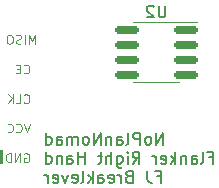
<source format=gbo>
%TF.GenerationSoftware,KiCad,Pcbnew,7.0.6*%
%TF.CreationDate,2023-08-28T10:43:43+02:00*%
%TF.ProjectId,RH_BreakLever_FreeJoy,52485f42-7265-4616-9b4c-657665725f46,rev?*%
%TF.SameCoordinates,Original*%
%TF.FileFunction,Legend,Bot*%
%TF.FilePolarity,Positive*%
%FSLAX46Y46*%
G04 Gerber Fmt 4.6, Leading zero omitted, Abs format (unit mm)*
G04 Created by KiCad (PCBNEW 7.0.6) date 2023-08-28 10:43:43*
%MOMM*%
%LPD*%
G01*
G04 APERTURE LIST*
G04 Aperture macros list*
%AMRoundRect*
0 Rectangle with rounded corners*
0 $1 Rounding radius*
0 $2 $3 $4 $5 $6 $7 $8 $9 X,Y pos of 4 corners*
0 Add a 4 corners polygon primitive as box body*
4,1,4,$2,$3,$4,$5,$6,$7,$8,$9,$2,$3,0*
0 Add four circle primitives for the rounded corners*
1,1,$1+$1,$2,$3*
1,1,$1+$1,$4,$5*
1,1,$1+$1,$6,$7*
1,1,$1+$1,$8,$9*
0 Add four rect primitives between the rounded corners*
20,1,$1+$1,$2,$3,$4,$5,0*
20,1,$1+$1,$4,$5,$6,$7,0*
20,1,$1+$1,$6,$7,$8,$9,0*
20,1,$1+$1,$8,$9,$2,$3,0*%
G04 Aperture macros list end*
%ADD10C,0.150000*%
%ADD11C,0.100000*%
%ADD12C,0.120000*%
%ADD13R,1.030000X1.030000*%
%ADD14C,1.030000*%
%ADD15C,2.200000*%
%ADD16RoundRect,0.250000X0.725000X-0.600000X0.725000X0.600000X-0.725000X0.600000X-0.725000X-0.600000X0*%
%ADD17O,1.950000X1.700000*%
%ADD18RoundRect,0.150000X0.825000X0.150000X-0.825000X0.150000X-0.825000X-0.150000X0.825000X-0.150000X0*%
G04 APERTURE END LIST*
D10*
X53241541Y-32729819D02*
X53241541Y-31729819D01*
X53241541Y-31729819D02*
X52670113Y-32729819D01*
X52670113Y-32729819D02*
X52670113Y-31729819D01*
X52051065Y-32729819D02*
X52146303Y-32682200D01*
X52146303Y-32682200D02*
X52193922Y-32634580D01*
X52193922Y-32634580D02*
X52241541Y-32539342D01*
X52241541Y-32539342D02*
X52241541Y-32253628D01*
X52241541Y-32253628D02*
X52193922Y-32158390D01*
X52193922Y-32158390D02*
X52146303Y-32110771D01*
X52146303Y-32110771D02*
X52051065Y-32063152D01*
X52051065Y-32063152D02*
X51908208Y-32063152D01*
X51908208Y-32063152D02*
X51812970Y-32110771D01*
X51812970Y-32110771D02*
X51765351Y-32158390D01*
X51765351Y-32158390D02*
X51717732Y-32253628D01*
X51717732Y-32253628D02*
X51717732Y-32539342D01*
X51717732Y-32539342D02*
X51765351Y-32634580D01*
X51765351Y-32634580D02*
X51812970Y-32682200D01*
X51812970Y-32682200D02*
X51908208Y-32729819D01*
X51908208Y-32729819D02*
X52051065Y-32729819D01*
X51289160Y-32729819D02*
X51289160Y-31729819D01*
X51289160Y-31729819D02*
X50908208Y-31729819D01*
X50908208Y-31729819D02*
X50812970Y-31777438D01*
X50812970Y-31777438D02*
X50765351Y-31825057D01*
X50765351Y-31825057D02*
X50717732Y-31920295D01*
X50717732Y-31920295D02*
X50717732Y-32063152D01*
X50717732Y-32063152D02*
X50765351Y-32158390D01*
X50765351Y-32158390D02*
X50812970Y-32206009D01*
X50812970Y-32206009D02*
X50908208Y-32253628D01*
X50908208Y-32253628D02*
X51289160Y-32253628D01*
X50146303Y-32729819D02*
X50241541Y-32682200D01*
X50241541Y-32682200D02*
X50289160Y-32586961D01*
X50289160Y-32586961D02*
X50289160Y-31729819D01*
X49336779Y-32729819D02*
X49336779Y-32206009D01*
X49336779Y-32206009D02*
X49384398Y-32110771D01*
X49384398Y-32110771D02*
X49479636Y-32063152D01*
X49479636Y-32063152D02*
X49670112Y-32063152D01*
X49670112Y-32063152D02*
X49765350Y-32110771D01*
X49336779Y-32682200D02*
X49432017Y-32729819D01*
X49432017Y-32729819D02*
X49670112Y-32729819D01*
X49670112Y-32729819D02*
X49765350Y-32682200D01*
X49765350Y-32682200D02*
X49812969Y-32586961D01*
X49812969Y-32586961D02*
X49812969Y-32491723D01*
X49812969Y-32491723D02*
X49765350Y-32396485D01*
X49765350Y-32396485D02*
X49670112Y-32348866D01*
X49670112Y-32348866D02*
X49432017Y-32348866D01*
X49432017Y-32348866D02*
X49336779Y-32301247D01*
X48860588Y-32063152D02*
X48860588Y-32729819D01*
X48860588Y-32158390D02*
X48812969Y-32110771D01*
X48812969Y-32110771D02*
X48717731Y-32063152D01*
X48717731Y-32063152D02*
X48574874Y-32063152D01*
X48574874Y-32063152D02*
X48479636Y-32110771D01*
X48479636Y-32110771D02*
X48432017Y-32206009D01*
X48432017Y-32206009D02*
X48432017Y-32729819D01*
X47955826Y-32729819D02*
X47955826Y-31729819D01*
X47955826Y-31729819D02*
X47384398Y-32729819D01*
X47384398Y-32729819D02*
X47384398Y-31729819D01*
X46765350Y-32729819D02*
X46860588Y-32682200D01*
X46860588Y-32682200D02*
X46908207Y-32634580D01*
X46908207Y-32634580D02*
X46955826Y-32539342D01*
X46955826Y-32539342D02*
X46955826Y-32253628D01*
X46955826Y-32253628D02*
X46908207Y-32158390D01*
X46908207Y-32158390D02*
X46860588Y-32110771D01*
X46860588Y-32110771D02*
X46765350Y-32063152D01*
X46765350Y-32063152D02*
X46622493Y-32063152D01*
X46622493Y-32063152D02*
X46527255Y-32110771D01*
X46527255Y-32110771D02*
X46479636Y-32158390D01*
X46479636Y-32158390D02*
X46432017Y-32253628D01*
X46432017Y-32253628D02*
X46432017Y-32539342D01*
X46432017Y-32539342D02*
X46479636Y-32634580D01*
X46479636Y-32634580D02*
X46527255Y-32682200D01*
X46527255Y-32682200D02*
X46622493Y-32729819D01*
X46622493Y-32729819D02*
X46765350Y-32729819D01*
X46003445Y-32729819D02*
X46003445Y-32063152D01*
X46003445Y-32158390D02*
X45955826Y-32110771D01*
X45955826Y-32110771D02*
X45860588Y-32063152D01*
X45860588Y-32063152D02*
X45717731Y-32063152D01*
X45717731Y-32063152D02*
X45622493Y-32110771D01*
X45622493Y-32110771D02*
X45574874Y-32206009D01*
X45574874Y-32206009D02*
X45574874Y-32729819D01*
X45574874Y-32206009D02*
X45527255Y-32110771D01*
X45527255Y-32110771D02*
X45432017Y-32063152D01*
X45432017Y-32063152D02*
X45289160Y-32063152D01*
X45289160Y-32063152D02*
X45193921Y-32110771D01*
X45193921Y-32110771D02*
X45146302Y-32206009D01*
X45146302Y-32206009D02*
X45146302Y-32729819D01*
X44241541Y-32729819D02*
X44241541Y-32206009D01*
X44241541Y-32206009D02*
X44289160Y-32110771D01*
X44289160Y-32110771D02*
X44384398Y-32063152D01*
X44384398Y-32063152D02*
X44574874Y-32063152D01*
X44574874Y-32063152D02*
X44670112Y-32110771D01*
X44241541Y-32682200D02*
X44336779Y-32729819D01*
X44336779Y-32729819D02*
X44574874Y-32729819D01*
X44574874Y-32729819D02*
X44670112Y-32682200D01*
X44670112Y-32682200D02*
X44717731Y-32586961D01*
X44717731Y-32586961D02*
X44717731Y-32491723D01*
X44717731Y-32491723D02*
X44670112Y-32396485D01*
X44670112Y-32396485D02*
X44574874Y-32348866D01*
X44574874Y-32348866D02*
X44336779Y-32348866D01*
X44336779Y-32348866D02*
X44241541Y-32301247D01*
X43336779Y-32729819D02*
X43336779Y-31729819D01*
X43336779Y-32682200D02*
X43432017Y-32729819D01*
X43432017Y-32729819D02*
X43622493Y-32729819D01*
X43622493Y-32729819D02*
X43717731Y-32682200D01*
X43717731Y-32682200D02*
X43765350Y-32634580D01*
X43765350Y-32634580D02*
X43812969Y-32539342D01*
X43812969Y-32539342D02*
X43812969Y-32253628D01*
X43812969Y-32253628D02*
X43765350Y-32158390D01*
X43765350Y-32158390D02*
X43717731Y-32110771D01*
X43717731Y-32110771D02*
X43622493Y-32063152D01*
X43622493Y-32063152D02*
X43432017Y-32063152D01*
X43432017Y-32063152D02*
X43336779Y-32110771D01*
X57146305Y-33816009D02*
X57479638Y-33816009D01*
X57479638Y-34339819D02*
X57479638Y-33339819D01*
X57479638Y-33339819D02*
X57003448Y-33339819D01*
X56479638Y-34339819D02*
X56574876Y-34292200D01*
X56574876Y-34292200D02*
X56622495Y-34196961D01*
X56622495Y-34196961D02*
X56622495Y-33339819D01*
X55670114Y-34339819D02*
X55670114Y-33816009D01*
X55670114Y-33816009D02*
X55717733Y-33720771D01*
X55717733Y-33720771D02*
X55812971Y-33673152D01*
X55812971Y-33673152D02*
X56003447Y-33673152D01*
X56003447Y-33673152D02*
X56098685Y-33720771D01*
X55670114Y-34292200D02*
X55765352Y-34339819D01*
X55765352Y-34339819D02*
X56003447Y-34339819D01*
X56003447Y-34339819D02*
X56098685Y-34292200D01*
X56098685Y-34292200D02*
X56146304Y-34196961D01*
X56146304Y-34196961D02*
X56146304Y-34101723D01*
X56146304Y-34101723D02*
X56098685Y-34006485D01*
X56098685Y-34006485D02*
X56003447Y-33958866D01*
X56003447Y-33958866D02*
X55765352Y-33958866D01*
X55765352Y-33958866D02*
X55670114Y-33911247D01*
X55193923Y-33673152D02*
X55193923Y-34339819D01*
X55193923Y-33768390D02*
X55146304Y-33720771D01*
X55146304Y-33720771D02*
X55051066Y-33673152D01*
X55051066Y-33673152D02*
X54908209Y-33673152D01*
X54908209Y-33673152D02*
X54812971Y-33720771D01*
X54812971Y-33720771D02*
X54765352Y-33816009D01*
X54765352Y-33816009D02*
X54765352Y-34339819D01*
X54289161Y-34339819D02*
X54289161Y-33339819D01*
X54193923Y-33958866D02*
X53908209Y-34339819D01*
X53908209Y-33673152D02*
X54289161Y-34054104D01*
X53098685Y-34292200D02*
X53193923Y-34339819D01*
X53193923Y-34339819D02*
X53384399Y-34339819D01*
X53384399Y-34339819D02*
X53479637Y-34292200D01*
X53479637Y-34292200D02*
X53527256Y-34196961D01*
X53527256Y-34196961D02*
X53527256Y-33816009D01*
X53527256Y-33816009D02*
X53479637Y-33720771D01*
X53479637Y-33720771D02*
X53384399Y-33673152D01*
X53384399Y-33673152D02*
X53193923Y-33673152D01*
X53193923Y-33673152D02*
X53098685Y-33720771D01*
X53098685Y-33720771D02*
X53051066Y-33816009D01*
X53051066Y-33816009D02*
X53051066Y-33911247D01*
X53051066Y-33911247D02*
X53527256Y-34006485D01*
X52622494Y-34339819D02*
X52622494Y-33673152D01*
X52622494Y-33863628D02*
X52574875Y-33768390D01*
X52574875Y-33768390D02*
X52527256Y-33720771D01*
X52527256Y-33720771D02*
X52432018Y-33673152D01*
X52432018Y-33673152D02*
X52336780Y-33673152D01*
X50670113Y-34339819D02*
X51003446Y-33863628D01*
X51241541Y-34339819D02*
X51241541Y-33339819D01*
X51241541Y-33339819D02*
X50860589Y-33339819D01*
X50860589Y-33339819D02*
X50765351Y-33387438D01*
X50765351Y-33387438D02*
X50717732Y-33435057D01*
X50717732Y-33435057D02*
X50670113Y-33530295D01*
X50670113Y-33530295D02*
X50670113Y-33673152D01*
X50670113Y-33673152D02*
X50717732Y-33768390D01*
X50717732Y-33768390D02*
X50765351Y-33816009D01*
X50765351Y-33816009D02*
X50860589Y-33863628D01*
X50860589Y-33863628D02*
X51241541Y-33863628D01*
X50241541Y-34339819D02*
X50241541Y-33673152D01*
X50241541Y-33339819D02*
X50289160Y-33387438D01*
X50289160Y-33387438D02*
X50241541Y-33435057D01*
X50241541Y-33435057D02*
X50193922Y-33387438D01*
X50193922Y-33387438D02*
X50241541Y-33339819D01*
X50241541Y-33339819D02*
X50241541Y-33435057D01*
X49336780Y-33673152D02*
X49336780Y-34482676D01*
X49336780Y-34482676D02*
X49384399Y-34577914D01*
X49384399Y-34577914D02*
X49432018Y-34625533D01*
X49432018Y-34625533D02*
X49527256Y-34673152D01*
X49527256Y-34673152D02*
X49670113Y-34673152D01*
X49670113Y-34673152D02*
X49765351Y-34625533D01*
X49336780Y-34292200D02*
X49432018Y-34339819D01*
X49432018Y-34339819D02*
X49622494Y-34339819D01*
X49622494Y-34339819D02*
X49717732Y-34292200D01*
X49717732Y-34292200D02*
X49765351Y-34244580D01*
X49765351Y-34244580D02*
X49812970Y-34149342D01*
X49812970Y-34149342D02*
X49812970Y-33863628D01*
X49812970Y-33863628D02*
X49765351Y-33768390D01*
X49765351Y-33768390D02*
X49717732Y-33720771D01*
X49717732Y-33720771D02*
X49622494Y-33673152D01*
X49622494Y-33673152D02*
X49432018Y-33673152D01*
X49432018Y-33673152D02*
X49336780Y-33720771D01*
X48860589Y-34339819D02*
X48860589Y-33339819D01*
X48432018Y-34339819D02*
X48432018Y-33816009D01*
X48432018Y-33816009D02*
X48479637Y-33720771D01*
X48479637Y-33720771D02*
X48574875Y-33673152D01*
X48574875Y-33673152D02*
X48717732Y-33673152D01*
X48717732Y-33673152D02*
X48812970Y-33720771D01*
X48812970Y-33720771D02*
X48860589Y-33768390D01*
X48098684Y-33673152D02*
X47717732Y-33673152D01*
X47955827Y-33339819D02*
X47955827Y-34196961D01*
X47955827Y-34196961D02*
X47908208Y-34292200D01*
X47908208Y-34292200D02*
X47812970Y-34339819D01*
X47812970Y-34339819D02*
X47717732Y-34339819D01*
X46622493Y-34339819D02*
X46622493Y-33339819D01*
X46622493Y-33816009D02*
X46051065Y-33816009D01*
X46051065Y-34339819D02*
X46051065Y-33339819D01*
X45146303Y-34339819D02*
X45146303Y-33816009D01*
X45146303Y-33816009D02*
X45193922Y-33720771D01*
X45193922Y-33720771D02*
X45289160Y-33673152D01*
X45289160Y-33673152D02*
X45479636Y-33673152D01*
X45479636Y-33673152D02*
X45574874Y-33720771D01*
X45146303Y-34292200D02*
X45241541Y-34339819D01*
X45241541Y-34339819D02*
X45479636Y-34339819D01*
X45479636Y-34339819D02*
X45574874Y-34292200D01*
X45574874Y-34292200D02*
X45622493Y-34196961D01*
X45622493Y-34196961D02*
X45622493Y-34101723D01*
X45622493Y-34101723D02*
X45574874Y-34006485D01*
X45574874Y-34006485D02*
X45479636Y-33958866D01*
X45479636Y-33958866D02*
X45241541Y-33958866D01*
X45241541Y-33958866D02*
X45146303Y-33911247D01*
X44670112Y-33673152D02*
X44670112Y-34339819D01*
X44670112Y-33768390D02*
X44622493Y-33720771D01*
X44622493Y-33720771D02*
X44527255Y-33673152D01*
X44527255Y-33673152D02*
X44384398Y-33673152D01*
X44384398Y-33673152D02*
X44289160Y-33720771D01*
X44289160Y-33720771D02*
X44241541Y-33816009D01*
X44241541Y-33816009D02*
X44241541Y-34339819D01*
X43336779Y-34339819D02*
X43336779Y-33339819D01*
X43336779Y-34292200D02*
X43432017Y-34339819D01*
X43432017Y-34339819D02*
X43622493Y-34339819D01*
X43622493Y-34339819D02*
X43717731Y-34292200D01*
X43717731Y-34292200D02*
X43765350Y-34244580D01*
X43765350Y-34244580D02*
X43812969Y-34149342D01*
X43812969Y-34149342D02*
X43812969Y-33863628D01*
X43812969Y-33863628D02*
X43765350Y-33768390D01*
X43765350Y-33768390D02*
X43717731Y-33720771D01*
X43717731Y-33720771D02*
X43622493Y-33673152D01*
X43622493Y-33673152D02*
X43432017Y-33673152D01*
X43432017Y-33673152D02*
X43336779Y-33720771D01*
X52717734Y-35426009D02*
X53051067Y-35426009D01*
X53051067Y-35949819D02*
X53051067Y-34949819D01*
X53051067Y-34949819D02*
X52574877Y-34949819D01*
X51908210Y-34949819D02*
X51908210Y-35664104D01*
X51908210Y-35664104D02*
X51955829Y-35806961D01*
X51955829Y-35806961D02*
X52051067Y-35902200D01*
X52051067Y-35902200D02*
X52193924Y-35949819D01*
X52193924Y-35949819D02*
X52289162Y-35949819D01*
X50336781Y-35426009D02*
X50193924Y-35473628D01*
X50193924Y-35473628D02*
X50146305Y-35521247D01*
X50146305Y-35521247D02*
X50098686Y-35616485D01*
X50098686Y-35616485D02*
X50098686Y-35759342D01*
X50098686Y-35759342D02*
X50146305Y-35854580D01*
X50146305Y-35854580D02*
X50193924Y-35902200D01*
X50193924Y-35902200D02*
X50289162Y-35949819D01*
X50289162Y-35949819D02*
X50670114Y-35949819D01*
X50670114Y-35949819D02*
X50670114Y-34949819D01*
X50670114Y-34949819D02*
X50336781Y-34949819D01*
X50336781Y-34949819D02*
X50241543Y-34997438D01*
X50241543Y-34997438D02*
X50193924Y-35045057D01*
X50193924Y-35045057D02*
X50146305Y-35140295D01*
X50146305Y-35140295D02*
X50146305Y-35235533D01*
X50146305Y-35235533D02*
X50193924Y-35330771D01*
X50193924Y-35330771D02*
X50241543Y-35378390D01*
X50241543Y-35378390D02*
X50336781Y-35426009D01*
X50336781Y-35426009D02*
X50670114Y-35426009D01*
X49670114Y-35949819D02*
X49670114Y-35283152D01*
X49670114Y-35473628D02*
X49622495Y-35378390D01*
X49622495Y-35378390D02*
X49574876Y-35330771D01*
X49574876Y-35330771D02*
X49479638Y-35283152D01*
X49479638Y-35283152D02*
X49384400Y-35283152D01*
X48670114Y-35902200D02*
X48765352Y-35949819D01*
X48765352Y-35949819D02*
X48955828Y-35949819D01*
X48955828Y-35949819D02*
X49051066Y-35902200D01*
X49051066Y-35902200D02*
X49098685Y-35806961D01*
X49098685Y-35806961D02*
X49098685Y-35426009D01*
X49098685Y-35426009D02*
X49051066Y-35330771D01*
X49051066Y-35330771D02*
X48955828Y-35283152D01*
X48955828Y-35283152D02*
X48765352Y-35283152D01*
X48765352Y-35283152D02*
X48670114Y-35330771D01*
X48670114Y-35330771D02*
X48622495Y-35426009D01*
X48622495Y-35426009D02*
X48622495Y-35521247D01*
X48622495Y-35521247D02*
X49098685Y-35616485D01*
X47765352Y-35949819D02*
X47765352Y-35426009D01*
X47765352Y-35426009D02*
X47812971Y-35330771D01*
X47812971Y-35330771D02*
X47908209Y-35283152D01*
X47908209Y-35283152D02*
X48098685Y-35283152D01*
X48098685Y-35283152D02*
X48193923Y-35330771D01*
X47765352Y-35902200D02*
X47860590Y-35949819D01*
X47860590Y-35949819D02*
X48098685Y-35949819D01*
X48098685Y-35949819D02*
X48193923Y-35902200D01*
X48193923Y-35902200D02*
X48241542Y-35806961D01*
X48241542Y-35806961D02*
X48241542Y-35711723D01*
X48241542Y-35711723D02*
X48193923Y-35616485D01*
X48193923Y-35616485D02*
X48098685Y-35568866D01*
X48098685Y-35568866D02*
X47860590Y-35568866D01*
X47860590Y-35568866D02*
X47765352Y-35521247D01*
X47289161Y-35949819D02*
X47289161Y-34949819D01*
X47193923Y-35568866D02*
X46908209Y-35949819D01*
X46908209Y-35283152D02*
X47289161Y-35664104D01*
X46336780Y-35949819D02*
X46432018Y-35902200D01*
X46432018Y-35902200D02*
X46479637Y-35806961D01*
X46479637Y-35806961D02*
X46479637Y-34949819D01*
X45574875Y-35902200D02*
X45670113Y-35949819D01*
X45670113Y-35949819D02*
X45860589Y-35949819D01*
X45860589Y-35949819D02*
X45955827Y-35902200D01*
X45955827Y-35902200D02*
X46003446Y-35806961D01*
X46003446Y-35806961D02*
X46003446Y-35426009D01*
X46003446Y-35426009D02*
X45955827Y-35330771D01*
X45955827Y-35330771D02*
X45860589Y-35283152D01*
X45860589Y-35283152D02*
X45670113Y-35283152D01*
X45670113Y-35283152D02*
X45574875Y-35330771D01*
X45574875Y-35330771D02*
X45527256Y-35426009D01*
X45527256Y-35426009D02*
X45527256Y-35521247D01*
X45527256Y-35521247D02*
X46003446Y-35616485D01*
X45193922Y-35283152D02*
X44955827Y-35949819D01*
X44955827Y-35949819D02*
X44717732Y-35283152D01*
X43955827Y-35902200D02*
X44051065Y-35949819D01*
X44051065Y-35949819D02*
X44241541Y-35949819D01*
X44241541Y-35949819D02*
X44336779Y-35902200D01*
X44336779Y-35902200D02*
X44384398Y-35806961D01*
X44384398Y-35806961D02*
X44384398Y-35426009D01*
X44384398Y-35426009D02*
X44336779Y-35330771D01*
X44336779Y-35330771D02*
X44241541Y-35283152D01*
X44241541Y-35283152D02*
X44051065Y-35283152D01*
X44051065Y-35283152D02*
X43955827Y-35330771D01*
X43955827Y-35330771D02*
X43908208Y-35426009D01*
X43908208Y-35426009D02*
X43908208Y-35521247D01*
X43908208Y-35521247D02*
X44384398Y-35616485D01*
X43479636Y-35949819D02*
X43479636Y-35283152D01*
X43479636Y-35473628D02*
X43432017Y-35378390D01*
X43432017Y-35378390D02*
X43384398Y-35330771D01*
X43384398Y-35330771D02*
X43289160Y-35283152D01*
X43289160Y-35283152D02*
X43193922Y-35283152D01*
D11*
X41467068Y-26631585D02*
X41502782Y-26667300D01*
X41502782Y-26667300D02*
X41609925Y-26703014D01*
X41609925Y-26703014D02*
X41681353Y-26703014D01*
X41681353Y-26703014D02*
X41788496Y-26667300D01*
X41788496Y-26667300D02*
X41859925Y-26595871D01*
X41859925Y-26595871D02*
X41895639Y-26524442D01*
X41895639Y-26524442D02*
X41931353Y-26381585D01*
X41931353Y-26381585D02*
X41931353Y-26274442D01*
X41931353Y-26274442D02*
X41895639Y-26131585D01*
X41895639Y-26131585D02*
X41859925Y-26060157D01*
X41859925Y-26060157D02*
X41788496Y-25988728D01*
X41788496Y-25988728D02*
X41681353Y-25953014D01*
X41681353Y-25953014D02*
X41609925Y-25953014D01*
X41609925Y-25953014D02*
X41502782Y-25988728D01*
X41502782Y-25988728D02*
X41467068Y-26024442D01*
X41145639Y-26310157D02*
X40895639Y-26310157D01*
X40788496Y-26703014D02*
X41145639Y-26703014D01*
X41145639Y-26703014D02*
X41145639Y-25953014D01*
X41145639Y-25953014D02*
X40788496Y-25953014D01*
X42395639Y-24203014D02*
X42395639Y-23453014D01*
X42395639Y-23453014D02*
X42145639Y-23988728D01*
X42145639Y-23988728D02*
X41895639Y-23453014D01*
X41895639Y-23453014D02*
X41895639Y-24203014D01*
X41538496Y-24203014D02*
X41538496Y-23453014D01*
X41217067Y-24167300D02*
X41109925Y-24203014D01*
X41109925Y-24203014D02*
X40931353Y-24203014D01*
X40931353Y-24203014D02*
X40859925Y-24167300D01*
X40859925Y-24167300D02*
X40824210Y-24131585D01*
X40824210Y-24131585D02*
X40788496Y-24060157D01*
X40788496Y-24060157D02*
X40788496Y-23988728D01*
X40788496Y-23988728D02*
X40824210Y-23917300D01*
X40824210Y-23917300D02*
X40859925Y-23881585D01*
X40859925Y-23881585D02*
X40931353Y-23845871D01*
X40931353Y-23845871D02*
X41074210Y-23810157D01*
X41074210Y-23810157D02*
X41145639Y-23774442D01*
X41145639Y-23774442D02*
X41181353Y-23738728D01*
X41181353Y-23738728D02*
X41217067Y-23667300D01*
X41217067Y-23667300D02*
X41217067Y-23595871D01*
X41217067Y-23595871D02*
X41181353Y-23524442D01*
X41181353Y-23524442D02*
X41145639Y-23488728D01*
X41145639Y-23488728D02*
X41074210Y-23453014D01*
X41074210Y-23453014D02*
X40895639Y-23453014D01*
X40895639Y-23453014D02*
X40788496Y-23488728D01*
X40324210Y-23453014D02*
X40181353Y-23453014D01*
X40181353Y-23453014D02*
X40109924Y-23488728D01*
X40109924Y-23488728D02*
X40038496Y-23560157D01*
X40038496Y-23560157D02*
X40002781Y-23703014D01*
X40002781Y-23703014D02*
X40002781Y-23953014D01*
X40002781Y-23953014D02*
X40038496Y-24095871D01*
X40038496Y-24095871D02*
X40109924Y-24167300D01*
X40109924Y-24167300D02*
X40181353Y-24203014D01*
X40181353Y-24203014D02*
X40324210Y-24203014D01*
X40324210Y-24203014D02*
X40395639Y-24167300D01*
X40395639Y-24167300D02*
X40467067Y-24095871D01*
X40467067Y-24095871D02*
X40502781Y-23953014D01*
X40502781Y-23953014D02*
X40502781Y-23703014D01*
X40502781Y-23703014D02*
X40467067Y-23560157D01*
X40467067Y-23560157D02*
X40395639Y-23488728D01*
X40395639Y-23488728D02*
X40324210Y-23453014D01*
X41502782Y-33488728D02*
X41574211Y-33453014D01*
X41574211Y-33453014D02*
X41681353Y-33453014D01*
X41681353Y-33453014D02*
X41788496Y-33488728D01*
X41788496Y-33488728D02*
X41859925Y-33560157D01*
X41859925Y-33560157D02*
X41895639Y-33631585D01*
X41895639Y-33631585D02*
X41931353Y-33774442D01*
X41931353Y-33774442D02*
X41931353Y-33881585D01*
X41931353Y-33881585D02*
X41895639Y-34024442D01*
X41895639Y-34024442D02*
X41859925Y-34095871D01*
X41859925Y-34095871D02*
X41788496Y-34167300D01*
X41788496Y-34167300D02*
X41681353Y-34203014D01*
X41681353Y-34203014D02*
X41609925Y-34203014D01*
X41609925Y-34203014D02*
X41502782Y-34167300D01*
X41502782Y-34167300D02*
X41467068Y-34131585D01*
X41467068Y-34131585D02*
X41467068Y-33881585D01*
X41467068Y-33881585D02*
X41609925Y-33881585D01*
X41145639Y-34203014D02*
X41145639Y-33453014D01*
X41145639Y-33453014D02*
X40717068Y-34203014D01*
X40717068Y-34203014D02*
X40717068Y-33453014D01*
X40359925Y-34203014D02*
X40359925Y-33453014D01*
X40359925Y-33453014D02*
X40181354Y-33453014D01*
X40181354Y-33453014D02*
X40074211Y-33488728D01*
X40074211Y-33488728D02*
X40002782Y-33560157D01*
X40002782Y-33560157D02*
X39967068Y-33631585D01*
X39967068Y-33631585D02*
X39931354Y-33774442D01*
X39931354Y-33774442D02*
X39931354Y-33881585D01*
X39931354Y-33881585D02*
X39967068Y-34024442D01*
X39967068Y-34024442D02*
X40002782Y-34095871D01*
X40002782Y-34095871D02*
X40074211Y-34167300D01*
X40074211Y-34167300D02*
X40181354Y-34203014D01*
X40181354Y-34203014D02*
X40359925Y-34203014D01*
X41467068Y-29131585D02*
X41502782Y-29167300D01*
X41502782Y-29167300D02*
X41609925Y-29203014D01*
X41609925Y-29203014D02*
X41681353Y-29203014D01*
X41681353Y-29203014D02*
X41788496Y-29167300D01*
X41788496Y-29167300D02*
X41859925Y-29095871D01*
X41859925Y-29095871D02*
X41895639Y-29024442D01*
X41895639Y-29024442D02*
X41931353Y-28881585D01*
X41931353Y-28881585D02*
X41931353Y-28774442D01*
X41931353Y-28774442D02*
X41895639Y-28631585D01*
X41895639Y-28631585D02*
X41859925Y-28560157D01*
X41859925Y-28560157D02*
X41788496Y-28488728D01*
X41788496Y-28488728D02*
X41681353Y-28453014D01*
X41681353Y-28453014D02*
X41609925Y-28453014D01*
X41609925Y-28453014D02*
X41502782Y-28488728D01*
X41502782Y-28488728D02*
X41467068Y-28524442D01*
X40788496Y-29203014D02*
X41145639Y-29203014D01*
X41145639Y-29203014D02*
X41145639Y-28453014D01*
X40538496Y-29203014D02*
X40538496Y-28453014D01*
X40109925Y-29203014D02*
X40431353Y-28774442D01*
X40109925Y-28453014D02*
X40538496Y-28881585D01*
X42002782Y-30953014D02*
X41752782Y-31703014D01*
X41752782Y-31703014D02*
X41502782Y-30953014D01*
X40824211Y-31631585D02*
X40859925Y-31667300D01*
X40859925Y-31667300D02*
X40967068Y-31703014D01*
X40967068Y-31703014D02*
X41038496Y-31703014D01*
X41038496Y-31703014D02*
X41145639Y-31667300D01*
X41145639Y-31667300D02*
X41217068Y-31595871D01*
X41217068Y-31595871D02*
X41252782Y-31524442D01*
X41252782Y-31524442D02*
X41288496Y-31381585D01*
X41288496Y-31381585D02*
X41288496Y-31274442D01*
X41288496Y-31274442D02*
X41252782Y-31131585D01*
X41252782Y-31131585D02*
X41217068Y-31060157D01*
X41217068Y-31060157D02*
X41145639Y-30988728D01*
X41145639Y-30988728D02*
X41038496Y-30953014D01*
X41038496Y-30953014D02*
X40967068Y-30953014D01*
X40967068Y-30953014D02*
X40859925Y-30988728D01*
X40859925Y-30988728D02*
X40824211Y-31024442D01*
X40074211Y-31631585D02*
X40109925Y-31667300D01*
X40109925Y-31667300D02*
X40217068Y-31703014D01*
X40217068Y-31703014D02*
X40288496Y-31703014D01*
X40288496Y-31703014D02*
X40395639Y-31667300D01*
X40395639Y-31667300D02*
X40467068Y-31595871D01*
X40467068Y-31595871D02*
X40502782Y-31524442D01*
X40502782Y-31524442D02*
X40538496Y-31381585D01*
X40538496Y-31381585D02*
X40538496Y-31274442D01*
X40538496Y-31274442D02*
X40502782Y-31131585D01*
X40502782Y-31131585D02*
X40467068Y-31060157D01*
X40467068Y-31060157D02*
X40395639Y-30988728D01*
X40395639Y-30988728D02*
X40288496Y-30953014D01*
X40288496Y-30953014D02*
X40217068Y-30953014D01*
X40217068Y-30953014D02*
X40109925Y-30988728D01*
X40109925Y-30988728D02*
X40074211Y-31024442D01*
D10*
X53436904Y-20954819D02*
X53436904Y-21764342D01*
X53436904Y-21764342D02*
X53389285Y-21859580D01*
X53389285Y-21859580D02*
X53341666Y-21907200D01*
X53341666Y-21907200D02*
X53246428Y-21954819D01*
X53246428Y-21954819D02*
X53055952Y-21954819D01*
X53055952Y-21954819D02*
X52960714Y-21907200D01*
X52960714Y-21907200D02*
X52913095Y-21859580D01*
X52913095Y-21859580D02*
X52865476Y-21764342D01*
X52865476Y-21764342D02*
X52865476Y-20954819D01*
X52436904Y-21050057D02*
X52389285Y-21002438D01*
X52389285Y-21002438D02*
X52294047Y-20954819D01*
X52294047Y-20954819D02*
X52055952Y-20954819D01*
X52055952Y-20954819D02*
X51960714Y-21002438D01*
X51960714Y-21002438D02*
X51913095Y-21050057D01*
X51913095Y-21050057D02*
X51865476Y-21145295D01*
X51865476Y-21145295D02*
X51865476Y-21240533D01*
X51865476Y-21240533D02*
X51913095Y-21383390D01*
X51913095Y-21383390D02*
X52484523Y-21954819D01*
X52484523Y-21954819D02*
X51865476Y-21954819D01*
D12*
X52675000Y-27460000D02*
X54625000Y-27460000D01*
X52675000Y-27460000D02*
X50725000Y-27460000D01*
X52675000Y-22340000D02*
X56125000Y-22340000D01*
X52675000Y-22340000D02*
X50725000Y-22340000D01*
%LPC*%
D13*
X68570000Y-25030001D03*
D14*
X66070000Y-25030001D03*
X63570000Y-25030001D03*
D15*
X60070000Y-32900001D03*
X66070000Y-29900001D03*
D16*
X38640000Y-33800000D03*
D17*
X38640000Y-31300000D03*
X38640000Y-28800000D03*
X38640000Y-26300000D03*
X38640000Y-23800000D03*
D18*
X55150000Y-22995000D03*
X55150000Y-24265000D03*
X55150000Y-25535000D03*
X55150000Y-26805000D03*
X50200000Y-26805000D03*
X50200000Y-25535000D03*
X50200000Y-24265000D03*
X50200000Y-22995000D03*
%LPD*%
M02*

</source>
